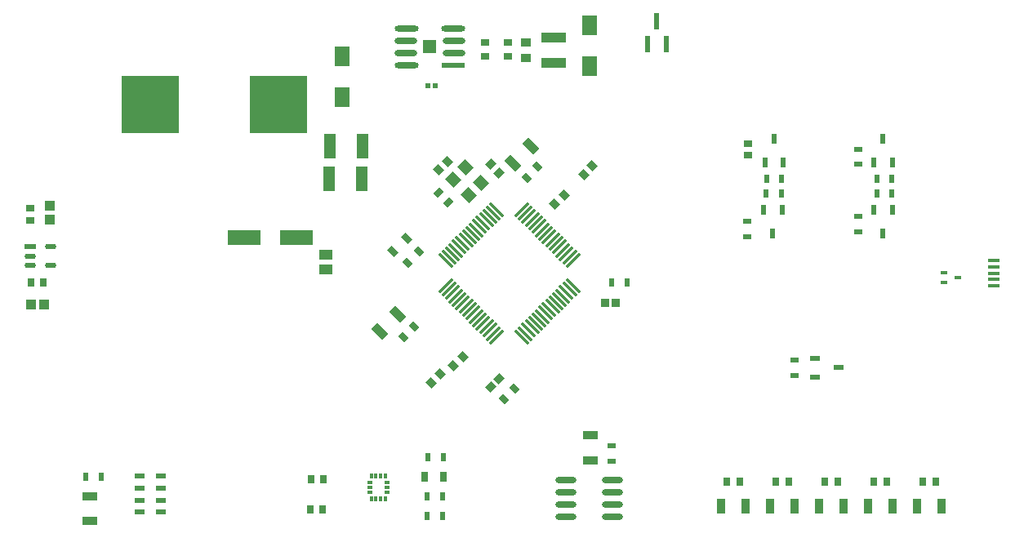
<source format=gtp>
G04*
G04 #@! TF.GenerationSoftware,Altium Limited,Altium Designer,22.9.1 (49)*
G04*
G04 Layer_Color=8421504*
%FSLAX44Y44*%
%MOMM*%
G71*
G04*
G04 #@! TF.SameCoordinates,A2259558-2793-4ACD-BA26-FD92625B8348*
G04*
G04*
G04 #@! TF.FilePolarity,Positive*
G04*
G01*
G75*
%ADD16R,1.4483X1.4483*%
%ADD17R,0.9000X0.6500*%
%ADD18R,0.9800X0.8700*%
%ADD19R,0.3500X0.5750*%
%ADD20R,0.5750X0.3500*%
G04:AMPARAMS|DCode=21|XSize=1.3mm|YSize=1.1mm|CornerRadius=0mm|HoleSize=0mm|Usage=FLASHONLY|Rotation=315.000|XOffset=0mm|YOffset=0mm|HoleType=Round|Shape=Rectangle|*
%AMROTATEDRECTD21*
4,1,4,-0.8485,0.0707,-0.0707,0.8485,0.8485,-0.0707,0.0707,-0.8485,-0.8485,0.0707,0.0*
%
%ADD21ROTATEDRECTD21*%

G04:AMPARAMS|DCode=22|XSize=0.65mm|YSize=0.9mm|CornerRadius=0mm|HoleSize=0mm|Usage=FLASHONLY|Rotation=135.000|XOffset=0mm|YOffset=0mm|HoleType=Round|Shape=Rectangle|*
%AMROTATEDRECTD22*
4,1,4,0.5480,0.0884,-0.0884,-0.5480,-0.5480,-0.0884,0.0884,0.5480,0.5480,0.0884,0.0*
%
%ADD22ROTATEDRECTD22*%

G04:AMPARAMS|DCode=23|XSize=0.9mm|YSize=0.75mm|CornerRadius=0mm|HoleSize=0mm|Usage=FLASHONLY|Rotation=225.000|XOffset=0mm|YOffset=0mm|HoleType=Round|Shape=Rectangle|*
%AMROTATEDRECTD23*
4,1,4,0.0530,0.5834,0.5834,0.0530,-0.0530,-0.5834,-0.5834,-0.0530,0.0530,0.5834,0.0*
%
%ADD23ROTATEDRECTD23*%

G04:AMPARAMS|DCode=24|XSize=0.9mm|YSize=0.75mm|CornerRadius=0mm|HoleSize=0mm|Usage=FLASHONLY|Rotation=135.000|XOffset=0mm|YOffset=0mm|HoleType=Round|Shape=Rectangle|*
%AMROTATEDRECTD24*
4,1,4,0.5834,-0.0530,0.0530,-0.5834,-0.5834,0.0530,-0.0530,0.5834,0.5834,-0.0530,0.0*
%
%ADD24ROTATEDRECTD24*%

%ADD25R,0.5600X0.5200*%
G04:AMPARAMS|DCode=26|XSize=0.3mm|YSize=2.1mm|CornerRadius=0mm|HoleSize=0mm|Usage=FLASHONLY|Rotation=45.000|XOffset=0mm|YOffset=0mm|HoleType=Round|Shape=Round|*
%AMOVALD26*
21,1,1.8000,0.3000,0.0000,0.0000,135.0*
1,1,0.3000,0.6364,-0.6364*
1,1,0.3000,-0.6364,0.6364*
%
%ADD26OVALD26*%

G04:AMPARAMS|DCode=27|XSize=0.3mm|YSize=2.1mm|CornerRadius=0mm|HoleSize=0mm|Usage=FLASHONLY|Rotation=315.000|XOffset=0mm|YOffset=0mm|HoleType=Round|Shape=Round|*
%AMOVALD27*
21,1,1.8000,0.3000,0.0000,0.0000,45.0*
1,1,0.3000,-0.6364,-0.6364*
1,1,0.3000,0.6364,0.6364*
%
%ADD27OVALD27*%

G04:AMPARAMS|DCode=28|XSize=0.85mm|YSize=0.6mm|CornerRadius=0mm|HoleSize=0mm|Usage=FLASHONLY|Rotation=315.000|XOffset=0mm|YOffset=0mm|HoleType=Round|Shape=Rectangle|*
%AMROTATEDRECTD28*
4,1,4,-0.5127,0.0884,-0.0884,0.5127,0.5127,-0.0884,0.0884,-0.5127,-0.5127,0.0884,0.0*
%
%ADD28ROTATEDRECTD28*%

%ADD29R,0.6000X0.8500*%
G04:AMPARAMS|DCode=30|XSize=0.7565mm|YSize=0.8621mm|CornerRadius=0mm|HoleSize=0mm|Usage=FLASHONLY|Rotation=225.000|XOffset=0mm|YOffset=0mm|HoleType=Round|Shape=Rectangle|*
%AMROTATEDRECTD30*
4,1,4,-0.0374,0.5723,0.5723,-0.0374,0.0374,-0.5723,-0.5723,0.0374,-0.0374,0.5723,0.0*
%
%ADD30ROTATEDRECTD30*%

G04:AMPARAMS|DCode=31|XSize=1.6mm|YSize=0.85mm|CornerRadius=0mm|HoleSize=0mm|Usage=FLASHONLY|Rotation=315.000|XOffset=0mm|YOffset=0mm|HoleType=Round|Shape=Rectangle|*
%AMROTATEDRECTD31*
4,1,4,-0.8662,0.2652,-0.2652,0.8662,0.8662,-0.2652,0.2652,-0.8662,-0.8662,0.2652,0.0*
%
%ADD31ROTATEDRECTD31*%

G04:AMPARAMS|DCode=32|XSize=0.95mm|YSize=0.8mm|CornerRadius=0mm|HoleSize=0mm|Usage=FLASHONLY|Rotation=315.000|XOffset=0mm|YOffset=0mm|HoleType=Round|Shape=Rectangle|*
%AMROTATEDRECTD32*
4,1,4,-0.6187,0.0530,-0.0530,0.6187,0.6187,-0.0530,0.0530,-0.6187,-0.6187,0.0530,0.0*
%
%ADD32ROTATEDRECTD32*%

%ADD33R,0.8578X0.8121*%
%ADD34R,0.5500X1.8000*%
%ADD35R,6.0000X6.0000*%
%ADD36R,0.8500X0.6000*%
%ADD37R,1.6000X0.8500*%
%ADD38R,0.8000X0.9500*%
G04:AMPARAMS|DCode=39|XSize=1mm|YSize=0.7mm|CornerRadius=0mm|HoleSize=0mm|Usage=FLASHONLY|Rotation=135.000|XOffset=0mm|YOffset=0mm|HoleType=Round|Shape=Rectangle|*
%AMROTATEDRECTD39*
4,1,4,0.6010,-0.1061,0.1061,-0.6010,-0.6010,0.1061,-0.1061,0.6010,0.6010,-0.1061,0.0*
%
%ADD39ROTATEDRECTD39*%

%ADD40R,1.5000X2.1200*%
%ADD41R,2.6000X1.1000*%
G04:AMPARAMS|DCode=42|XSize=1.2052mm|YSize=0.5321mm|CornerRadius=0.2661mm|HoleSize=0mm|Usage=FLASHONLY|Rotation=0.000|XOffset=0mm|YOffset=0mm|HoleType=Round|Shape=RoundedRectangle|*
%AMROUNDEDRECTD42*
21,1,1.2052,0.0000,0,0,0.0*
21,1,0.6731,0.5321,0,0,0.0*
1,1,0.5321,0.3366,0.0000*
1,1,0.5321,-0.3366,0.0000*
1,1,0.5321,-0.3366,0.0000*
1,1,0.5321,0.3366,0.0000*
%
%ADD42ROUNDEDRECTD42*%
%ADD43R,1.2052X0.5321*%
%ADD44R,0.7565X0.8621*%
%ADD45R,1.1000X0.6000*%
%ADD46R,1.3000X0.4500*%
%ADD47R,0.8000X0.4000*%
%ADD48O,2.2000X0.6000*%
%ADD49R,0.7000X1.0000*%
%ADD50R,3.5000X1.6000*%
%ADD51R,1.4000X1.1000*%
%ADD52R,0.5500X1.0500*%
%ADD53R,0.8500X0.7000*%
%ADD54R,0.8500X1.6000*%
G04:AMPARAMS|DCode=55|XSize=0.8578mm|YSize=0.8121mm|CornerRadius=0mm|HoleSize=0mm|Usage=FLASHONLY|Rotation=225.000|XOffset=0mm|YOffset=0mm|HoleType=Round|Shape=Rectangle|*
%AMROTATEDRECTD55*
4,1,4,0.0161,0.5904,0.5904,0.0161,-0.0161,-0.5904,-0.5904,-0.0161,0.0161,0.5904,0.0*
%
%ADD55ROTATEDRECTD55*%

%ADD56R,1.0500X0.5500*%
%ADD57R,1.0000X1.0500*%
%ADD58R,1.0500X1.0000*%
G04:AMPARAMS|DCode=59|XSize=2.4741mm|YSize=0.6221mm|CornerRadius=0.3111mm|HoleSize=0mm|Usage=FLASHONLY|Rotation=180.000|XOffset=0mm|YOffset=0mm|HoleType=Round|Shape=RoundedRectangle|*
%AMROUNDEDRECTD59*
21,1,2.4741,0.0000,0,0,180.0*
21,1,1.8519,0.6221,0,0,180.0*
1,1,0.6221,-0.9260,0.0000*
1,1,0.6221,0.9260,0.0000*
1,1,0.6221,0.9260,0.0000*
1,1,0.6221,-0.9260,0.0000*
%
%ADD59ROUNDEDRECTD59*%
G04:AMPARAMS|DCode=60|XSize=2.3581mm|YSize=0.6221mm|CornerRadius=0.3111mm|HoleSize=0mm|Usage=FLASHONLY|Rotation=180.000|XOffset=0mm|YOffset=0mm|HoleType=Round|Shape=RoundedRectangle|*
%AMROUNDEDRECTD60*
21,1,2.3581,0.0000,0,0,180.0*
21,1,1.7360,0.6221,0,0,180.0*
1,1,0.6221,-0.8680,0.0000*
1,1,0.6221,0.8680,0.0000*
1,1,0.6221,0.8680,0.0000*
1,1,0.6221,-0.8680,0.0000*
%
%ADD60ROUNDEDRECTD60*%
%ADD61R,2.4741X0.6221*%
%ADD62R,1.2500X2.5000*%
D16*
X487649Y519430D02*
D03*
D17*
X544500Y523750D02*
D03*
Y509250D02*
D03*
X568500Y523750D02*
D03*
Y509250D02*
D03*
D18*
X587500Y523500D02*
D03*
Y507500D02*
D03*
D19*
X426840Y50605D02*
D03*
X431840D02*
D03*
X436840D02*
D03*
X441840D02*
D03*
Y73855D02*
D03*
X436840D02*
D03*
X431840D02*
D03*
X426840D02*
D03*
D20*
X443465Y57230D02*
D03*
Y62230D02*
D03*
Y67230D02*
D03*
X425215D02*
D03*
Y62230D02*
D03*
Y57230D02*
D03*
D21*
X524523Y394205D02*
D03*
X540786Y377942D02*
D03*
X528058Y365214D02*
D03*
X511795Y381478D02*
D03*
D22*
X496874Y368126D02*
D03*
X507127Y357873D02*
D03*
D23*
X550581Y397419D02*
D03*
X559419Y388581D02*
D03*
D24*
X505685Y400154D02*
D03*
X496846Y391315D02*
D03*
D25*
X485346Y478649D02*
D03*
X492946D02*
D03*
D26*
X556895Y350594D02*
D03*
X553359Y347059D02*
D03*
X549823Y343523D02*
D03*
X546288Y339988D02*
D03*
X542752Y336452D02*
D03*
X539217Y332917D02*
D03*
X535681Y329381D02*
D03*
X532146Y325846D02*
D03*
X528610Y322310D02*
D03*
X525075Y318775D02*
D03*
X521539Y315239D02*
D03*
X518004Y311704D02*
D03*
X514468Y308168D02*
D03*
X510933Y304632D02*
D03*
X507397Y301097D02*
D03*
X503862Y297561D02*
D03*
X583058Y218365D02*
D03*
X586593Y221901D02*
D03*
X590129Y225437D02*
D03*
X593664Y228972D02*
D03*
X597200Y232508D02*
D03*
X600735Y236043D02*
D03*
X604271Y239579D02*
D03*
X607806Y243114D02*
D03*
X611342Y246650D02*
D03*
X614877Y250185D02*
D03*
X618413Y253721D02*
D03*
X621948Y257256D02*
D03*
X625484Y260792D02*
D03*
X629019Y264328D02*
D03*
X632555Y267863D02*
D03*
X636091Y271399D02*
D03*
D27*
X503862D02*
D03*
X507397Y267863D02*
D03*
X510933Y264328D02*
D03*
X514468Y260792D02*
D03*
X518004Y257256D02*
D03*
X521539Y253721D02*
D03*
X525075Y250185D02*
D03*
X528610Y246650D02*
D03*
X532146Y243114D02*
D03*
X535681Y239579D02*
D03*
X539217Y236043D02*
D03*
X542752Y232508D02*
D03*
X546288Y228972D02*
D03*
X549823Y225437D02*
D03*
X553359Y221901D02*
D03*
X556894Y218365D02*
D03*
X636091Y297561D02*
D03*
X632555Y301097D02*
D03*
X629019Y304632D02*
D03*
X625484Y308168D02*
D03*
X621948Y311704D02*
D03*
X618413Y315239D02*
D03*
X614877Y318775D02*
D03*
X611342Y322310D02*
D03*
X607806Y325846D02*
D03*
X604271Y329381D02*
D03*
X600735Y332917D02*
D03*
X597200Y336452D02*
D03*
X593664Y339988D02*
D03*
X590129Y343523D02*
D03*
X586593Y347059D02*
D03*
X583058Y350594D02*
D03*
D28*
X459981Y218185D02*
D03*
X471295Y229499D02*
D03*
X599082Y394790D02*
D03*
X587768Y383476D02*
D03*
X464820Y295384D02*
D03*
X476134Y306698D02*
D03*
X575484Y165086D02*
D03*
X564170Y153772D02*
D03*
D29*
X692000Y275000D02*
D03*
X676000Y275000D02*
D03*
X131230Y73020D02*
D03*
X147231Y73020D02*
D03*
X500760Y53340D02*
D03*
X484760Y53340D02*
D03*
X500760Y33020D02*
D03*
X484760Y33020D02*
D03*
X502030Y93980D02*
D03*
X486030Y93980D02*
D03*
X951100Y367030D02*
D03*
X966600D02*
D03*
Y382270D02*
D03*
X951100D02*
D03*
X836470Y367030D02*
D03*
X851970D02*
D03*
X852300Y382270D02*
D03*
X836800D02*
D03*
D30*
X656205Y396204D02*
D03*
X647000Y387000D02*
D03*
X498578Y179608D02*
D03*
X489374Y170404D02*
D03*
D31*
X573950Y398203D02*
D03*
X592335Y416588D02*
D03*
X435563Y223811D02*
D03*
X453948Y242196D02*
D03*
D32*
X617227Y356087D02*
D03*
X626773Y365634D02*
D03*
X512117Y188267D02*
D03*
X521663Y197813D02*
D03*
D33*
X669000Y254000D02*
D03*
X680544D02*
D03*
D34*
X713500Y522000D02*
D03*
X732500D02*
D03*
X723000Y546000D02*
D03*
D35*
X197660Y459740D02*
D03*
X330660D02*
D03*
D36*
X675750Y89250D02*
D03*
X675750Y105250D02*
D03*
X816610Y337950D02*
D03*
Y322450D02*
D03*
X866028Y178642D02*
D03*
Y194142D02*
D03*
X932180Y412880D02*
D03*
Y397380D02*
D03*
Y327530D02*
D03*
Y343030D02*
D03*
D37*
X654000Y116500D02*
D03*
Y90500D02*
D03*
X135176Y53380D02*
D03*
Y27380D02*
D03*
D38*
X846690Y68580D02*
D03*
X860190D02*
D03*
X1012590D02*
D03*
X999090D02*
D03*
X961790D02*
D03*
X948290D02*
D03*
X910990D02*
D03*
X897490D02*
D03*
X809390D02*
D03*
X795890D02*
D03*
D39*
X463401Y320635D02*
D03*
X449613Y306847D02*
D03*
D40*
X396750Y509250D02*
D03*
Y466950D02*
D03*
X653000Y498850D02*
D03*
Y541150D02*
D03*
D41*
X616000Y502250D02*
D03*
Y529250D02*
D03*
D42*
X94325Y311760D02*
D03*
Y292760D02*
D03*
X73315D02*
D03*
Y302260D02*
D03*
D43*
Y311760D02*
D03*
D44*
X376655Y39377D02*
D03*
X363637D02*
D03*
X377349Y71120D02*
D03*
X364331D02*
D03*
X74051Y274802D02*
D03*
X87069D02*
D03*
D45*
X186612Y74018D02*
D03*
Y61518D02*
D03*
Y49018D02*
D03*
Y36518D02*
D03*
X208612D02*
D03*
Y49018D02*
D03*
Y61518D02*
D03*
Y74018D02*
D03*
D46*
X1072090Y271480D02*
D03*
Y297480D02*
D03*
Y277980D02*
D03*
Y284480D02*
D03*
Y290980D02*
D03*
D47*
X1035000Y280000D02*
D03*
X1021000Y275000D02*
D03*
Y285000D02*
D03*
D48*
X676780Y31750D02*
D03*
Y44450D02*
D03*
Y57150D02*
D03*
Y69850D02*
D03*
X628780Y31750D02*
D03*
Y44450D02*
D03*
Y57150D02*
D03*
Y69850D02*
D03*
D49*
X482600Y73660D02*
D03*
X502100D02*
D03*
D50*
X349000Y321000D02*
D03*
X295000D02*
D03*
D51*
X380000Y303500D02*
D03*
Y288500D02*
D03*
D52*
X957580Y325570D02*
D03*
X967080Y350070D02*
D03*
X948080D02*
D03*
X957580Y423730D02*
D03*
X948080Y399230D02*
D03*
X967080D02*
D03*
X844550Y423730D02*
D03*
X835050Y399230D02*
D03*
X854050D02*
D03*
X843280Y325570D02*
D03*
X852780Y350070D02*
D03*
X833780D02*
D03*
D53*
X817880Y406600D02*
D03*
Y419100D02*
D03*
X73660Y339190D02*
D03*
Y351690D02*
D03*
D54*
X993140Y43180D02*
D03*
X1018540D02*
D03*
X942340D02*
D03*
X967740D02*
D03*
X891540D02*
D03*
X916940D02*
D03*
X840740D02*
D03*
X866140D02*
D03*
X789940D02*
D03*
X815340D02*
D03*
D55*
X550746Y166348D02*
D03*
X558908Y174511D02*
D03*
D56*
X911298Y186392D02*
D03*
X886798Y195892D02*
D03*
Y176892D02*
D03*
D57*
X88052Y251942D02*
D03*
X74051D02*
D03*
D58*
X93980Y354360D02*
D03*
Y340360D02*
D03*
D59*
X463489Y500380D02*
D03*
Y538480D02*
D03*
X511810D02*
D03*
D60*
X462910Y513080D02*
D03*
Y525780D02*
D03*
X512389D02*
D03*
X512390Y513080D02*
D03*
D61*
X511810Y500380D02*
D03*
D62*
X418000Y416000D02*
D03*
X384000D02*
D03*
X417000Y382000D02*
D03*
X383000D02*
D03*
M02*

</source>
